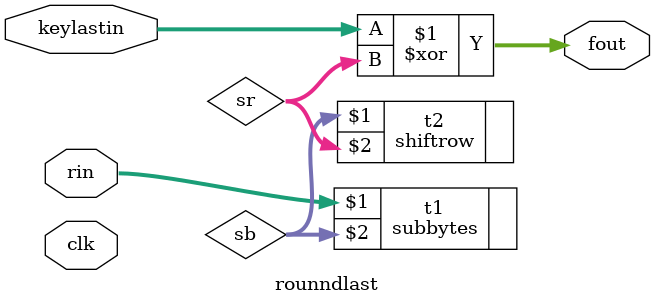
<source format=v>
`timescale 1ns / 1ps

module rounndlast(clk,rin,keylastin,fout);
input clk;
input [127:0]rin;
input [127:0]keylastin;
output [127:0]fout;

wire [127:0] sb,sr;

subbytes t1(rin,sb);
shiftrow t2(sb,sr);
assign fout= keylastin^sr;

endmodule

</source>
